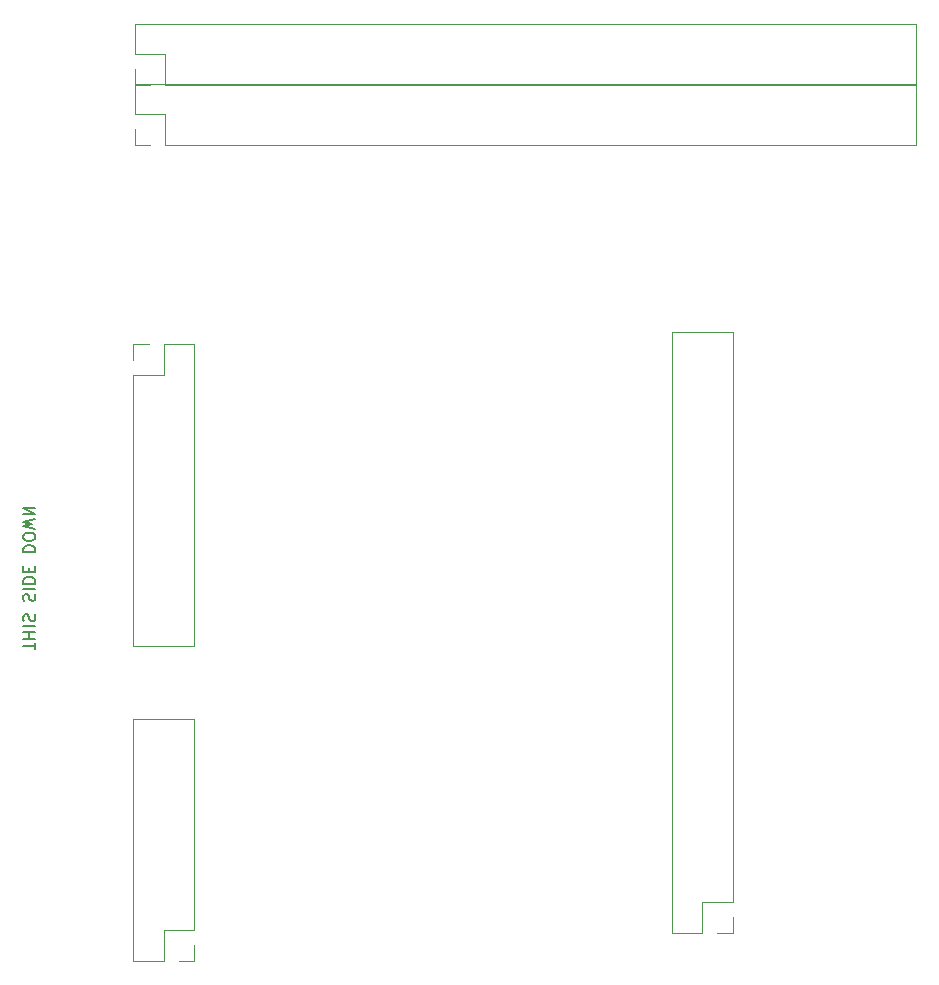
<source format=gbr>
%TF.GenerationSoftware,KiCad,Pcbnew,(5.1.9)-1*%
%TF.CreationDate,2021-10-14T23:09:40-04:00*%
%TF.ProjectId,REVERB Interface,52455645-5242-4204-996e-746572666163,rev?*%
%TF.SameCoordinates,Original*%
%TF.FileFunction,Legend,Bot*%
%TF.FilePolarity,Positive*%
%FSLAX46Y46*%
G04 Gerber Fmt 4.6, Leading zero omitted, Abs format (unit mm)*
G04 Created by KiCad (PCBNEW (5.1.9)-1) date 2021-10-14 23:09:40*
%MOMM*%
%LPD*%
G01*
G04 APERTURE LIST*
%ADD10C,0.150000*%
%ADD11C,0.120000*%
G04 APERTURE END LIST*
D10*
X111037619Y-109576428D02*
X111037619Y-109005000D01*
X110037619Y-109290714D02*
X111037619Y-109290714D01*
X110037619Y-108671666D02*
X111037619Y-108671666D01*
X110561428Y-108671666D02*
X110561428Y-108100238D01*
X110037619Y-108100238D02*
X111037619Y-108100238D01*
X110037619Y-107624047D02*
X111037619Y-107624047D01*
X110085238Y-107195476D02*
X110037619Y-107052619D01*
X110037619Y-106814523D01*
X110085238Y-106719285D01*
X110132857Y-106671666D01*
X110228095Y-106624047D01*
X110323333Y-106624047D01*
X110418571Y-106671666D01*
X110466190Y-106719285D01*
X110513809Y-106814523D01*
X110561428Y-107005000D01*
X110609047Y-107100238D01*
X110656666Y-107147857D01*
X110751904Y-107195476D01*
X110847142Y-107195476D01*
X110942380Y-107147857D01*
X110990000Y-107100238D01*
X111037619Y-107005000D01*
X111037619Y-106766904D01*
X110990000Y-106624047D01*
X110085238Y-105481190D02*
X110037619Y-105338333D01*
X110037619Y-105100238D01*
X110085238Y-105005000D01*
X110132857Y-104957380D01*
X110228095Y-104909761D01*
X110323333Y-104909761D01*
X110418571Y-104957380D01*
X110466190Y-105005000D01*
X110513809Y-105100238D01*
X110561428Y-105290714D01*
X110609047Y-105385952D01*
X110656666Y-105433571D01*
X110751904Y-105481190D01*
X110847142Y-105481190D01*
X110942380Y-105433571D01*
X110990000Y-105385952D01*
X111037619Y-105290714D01*
X111037619Y-105052619D01*
X110990000Y-104909761D01*
X110037619Y-104481190D02*
X111037619Y-104481190D01*
X110037619Y-104005000D02*
X111037619Y-104005000D01*
X111037619Y-103766904D01*
X110990000Y-103624047D01*
X110894761Y-103528809D01*
X110799523Y-103481190D01*
X110609047Y-103433571D01*
X110466190Y-103433571D01*
X110275714Y-103481190D01*
X110180476Y-103528809D01*
X110085238Y-103624047D01*
X110037619Y-103766904D01*
X110037619Y-104005000D01*
X110561428Y-103005000D02*
X110561428Y-102671666D01*
X110037619Y-102528809D02*
X110037619Y-103005000D01*
X111037619Y-103005000D01*
X111037619Y-102528809D01*
X110037619Y-101338333D02*
X111037619Y-101338333D01*
X111037619Y-101100238D01*
X110990000Y-100957380D01*
X110894761Y-100862142D01*
X110799523Y-100814523D01*
X110609047Y-100766904D01*
X110466190Y-100766904D01*
X110275714Y-100814523D01*
X110180476Y-100862142D01*
X110085238Y-100957380D01*
X110037619Y-101100238D01*
X110037619Y-101338333D01*
X111037619Y-100147857D02*
X111037619Y-99957380D01*
X110990000Y-99862142D01*
X110894761Y-99766904D01*
X110704285Y-99719285D01*
X110370952Y-99719285D01*
X110180476Y-99766904D01*
X110085238Y-99862142D01*
X110037619Y-99957380D01*
X110037619Y-100147857D01*
X110085238Y-100243095D01*
X110180476Y-100338333D01*
X110370952Y-100385952D01*
X110704285Y-100385952D01*
X110894761Y-100338333D01*
X110990000Y-100243095D01*
X111037619Y-100147857D01*
X111037619Y-99385952D02*
X110037619Y-99147857D01*
X110751904Y-98957380D01*
X110037619Y-98766904D01*
X111037619Y-98528809D01*
X110037619Y-98147857D02*
X111037619Y-98147857D01*
X110037619Y-97576428D01*
X111037619Y-97576428D01*
D11*
%TO.C,J3*%
X120650000Y-83760000D02*
X119320000Y-83760000D01*
X119320000Y-83760000D02*
X119320000Y-85090000D01*
X121920000Y-83760000D02*
X121920000Y-86360000D01*
X121920000Y-86360000D02*
X119320000Y-86360000D01*
X119320000Y-86360000D02*
X119320000Y-109280000D01*
X124520000Y-109280000D02*
X119320000Y-109280000D01*
X124520000Y-83760000D02*
X124520000Y-109280000D01*
X124520000Y-83760000D02*
X121920000Y-83760000D01*
%TO.C,J2*%
X123190000Y-135950000D02*
X124520000Y-135950000D01*
X124520000Y-135950000D02*
X124520000Y-134620000D01*
X121920000Y-135950000D02*
X121920000Y-133350000D01*
X121920000Y-133350000D02*
X124520000Y-133350000D01*
X124520000Y-133350000D02*
X124520000Y-115510000D01*
X119320000Y-115510000D02*
X124520000Y-115510000D01*
X119320000Y-135950000D02*
X119320000Y-115510000D01*
X119320000Y-135950000D02*
X121920000Y-135950000D01*
%TO.C,J1*%
X168796000Y-133604000D02*
X170126000Y-133604000D01*
X170126000Y-133604000D02*
X170126000Y-132274000D01*
X167526000Y-133604000D02*
X167526000Y-131004000D01*
X167526000Y-131004000D02*
X170126000Y-131004000D01*
X170126000Y-131004000D02*
X170126000Y-82684000D01*
X164926000Y-82684000D02*
X170126000Y-82684000D01*
X164926000Y-133604000D02*
X164926000Y-82684000D01*
X164926000Y-133604000D02*
X167526000Y-133604000D01*
%TO.C,H2*%
X119476000Y-56609000D02*
X119476000Y-59209000D01*
X119476000Y-56609000D02*
X185636000Y-56609000D01*
X185636000Y-56609000D02*
X185636000Y-61809000D01*
X122076000Y-61809000D02*
X185636000Y-61809000D01*
X122076000Y-59209000D02*
X122076000Y-61809000D01*
X119476000Y-59209000D02*
X122076000Y-59209000D01*
X119476000Y-61809000D02*
X120806000Y-61809000D01*
X119476000Y-60479000D02*
X119476000Y-61809000D01*
%TO.C,H1*%
X119476000Y-61689000D02*
X119476000Y-64289000D01*
X119476000Y-61689000D02*
X185636000Y-61689000D01*
X185636000Y-61689000D02*
X185636000Y-66889000D01*
X122076000Y-66889000D02*
X185636000Y-66889000D01*
X122076000Y-64289000D02*
X122076000Y-66889000D01*
X119476000Y-64289000D02*
X122076000Y-64289000D01*
X119476000Y-66889000D02*
X120806000Y-66889000D01*
X119476000Y-65559000D02*
X119476000Y-66889000D01*
%TD*%
M02*

</source>
